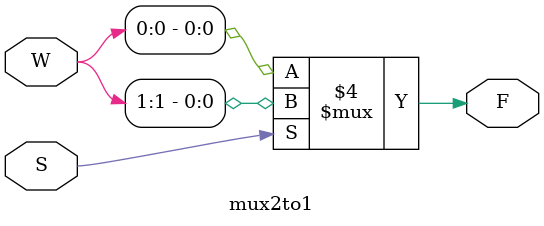
<source format=v>
module FullAddee(x,y,z,s,C);
input x,y,z;
output s,C;
mux2to1 stage0({y^z,~(y^z)},x,s);
mux2to1 stage1({y&z,y|z},x,C);
endmodule


module mux2to1(W,S,F);
input [1:0]W;
input S;
output F;
reg F;
always @(W or S)
begin
if(S==0)
F=W[0];
else
F=W[1];
end
endmodule

</source>
